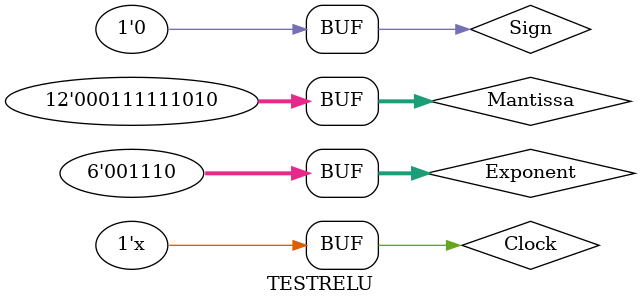
<source format=v>
`timescale 1ns / 1ps


module TESTRELU;

	// Inputs
	reg Clock;
	reg Sign;
	reg [5:0] Exponent;
	reg [11:0] Mantissa;

	// Outputs
	wire SignOut;
	wire [4:0] ExponentOut;
	wire [5:0] MantissaOut;

	// Instantiate the Unit Under Test (UUT)
	RELU uut (
		.Clock(Clock), 
		.Sign(Sign), 
		.Exponent(Exponent), 
		.Mantissa(Mantissa), 
		.SignOut(SignOut), 
		.ExponentOut(ExponentOut), 
		.MantissaOut(MantissaOut)
	);

	initial begin
		// Initialize Inputs
		Clock = 0;
		Sign = 0;
		Exponent = 0;
		Mantissa = 0;

		// Wait 100 ns for global reset to finish
		#100;
        
		// Add stimulus here
		Sign = 0;
		Exponent = 6'b001110;
		Mantissa = 12'b000111111010;	
	end
	
	always 
		#20 Clock = !Clock;
      
endmodule


</source>
